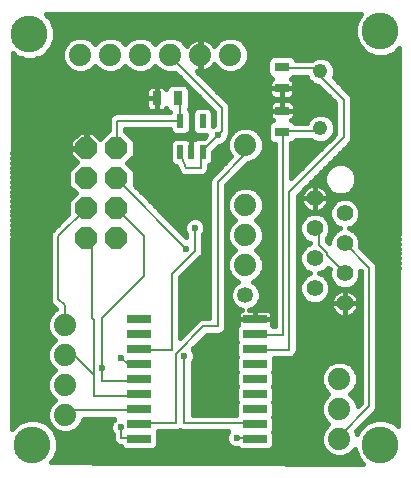
<source format=gtl>
G75*
%MOIN*%
%OFA0B0*%
%FSLAX24Y24*%
%IPPOS*%
%LPD*%
%AMOC8*
5,1,8,0,0,1.08239X$1,22.5*
%
%ADD10R,0.0472X0.0315*%
%ADD11C,0.0480*%
%ADD12R,0.0800X0.0260*%
%ADD13C,0.0740*%
%ADD14C,0.0531*%
%ADD15OC8,0.0740*%
%ADD16C,0.0560*%
%ADD17R,0.0217X0.0472*%
%ADD18R,0.0315X0.0472*%
%ADD19C,0.0079*%
%ADD20C,0.0236*%
%ADD21C,0.0160*%
%ADD22C,0.1227*%
D10*
X013410Y016261D03*
X013410Y016969D03*
X013400Y017711D03*
X013400Y018419D03*
D11*
X014690Y018275D03*
X014690Y016375D03*
D12*
X012510Y010015D03*
X012510Y009515D03*
X012510Y009015D03*
X012510Y008515D03*
X012510Y008015D03*
X012510Y007515D03*
X012510Y007015D03*
X012510Y006515D03*
X012510Y006015D03*
X008650Y006015D03*
X008650Y006515D03*
X008650Y007015D03*
X008650Y007515D03*
X008650Y008015D03*
X008650Y008515D03*
X008650Y009015D03*
X008650Y009515D03*
X008650Y010015D03*
D13*
X006190Y009825D03*
X006190Y008825D03*
X006190Y007825D03*
X006190Y006825D03*
X012190Y011825D03*
X012190Y012825D03*
X012190Y013825D03*
X012190Y015825D03*
X011690Y018825D03*
X010690Y018825D03*
X009690Y018825D03*
X008690Y018825D03*
X007690Y018825D03*
X006690Y018825D03*
X015320Y008025D03*
X015320Y007025D03*
X015320Y006025D03*
D14*
X012190Y010825D03*
D15*
X007890Y012715D03*
X007890Y013715D03*
X007890Y014715D03*
X007890Y015715D03*
X006890Y015715D03*
X006890Y014715D03*
X006890Y013715D03*
X006890Y012715D03*
D16*
X014500Y013045D03*
X014500Y014045D03*
X015500Y013545D03*
X015500Y012545D03*
X015500Y011545D03*
X015500Y010545D03*
X014500Y011045D03*
X014500Y012045D03*
D17*
X010764Y015593D03*
X010390Y015593D03*
X010015Y015593D03*
X010015Y016617D03*
X010764Y016617D03*
D18*
X009934Y017375D03*
X009225Y017375D03*
D19*
X009934Y017375D02*
X009940Y017335D01*
X010010Y017265D01*
X010010Y016635D01*
X010015Y016617D01*
X010010Y016635D02*
X007910Y016635D01*
X007910Y015725D01*
X007890Y015715D01*
X007890Y014715D02*
X007910Y014675D01*
X010220Y012365D01*
X010500Y012295D02*
X010500Y013065D01*
X010500Y012295D02*
X009730Y011525D01*
X009730Y009005D01*
X008680Y009005D01*
X008650Y009015D01*
X008650Y008515D02*
X008260Y008515D01*
X008050Y008725D01*
X008650Y008015D02*
X008610Y007955D01*
X007420Y007955D01*
X007420Y008375D01*
X007420Y010055D01*
X008820Y011455D01*
X008820Y012785D01*
X007890Y013715D01*
X006890Y013715D02*
X006860Y013695D01*
X005950Y012785D01*
X005950Y010685D01*
X006160Y010475D01*
X006160Y009845D01*
X006190Y009825D01*
X006190Y008825D02*
X006230Y008795D01*
X006510Y008795D01*
X007140Y008165D01*
X007140Y009985D01*
X007070Y010055D01*
X007070Y012575D01*
X006930Y012715D01*
X006890Y012715D01*
X010205Y015056D02*
X010080Y015375D01*
X010080Y015585D01*
X010015Y015593D01*
X010205Y015056D02*
X010695Y015056D01*
X010710Y015585D01*
X010764Y015593D01*
X010780Y015655D01*
X011270Y016145D01*
X011410Y016285D01*
X011410Y017055D01*
X009730Y018735D01*
X009730Y018805D01*
X009690Y018825D01*
X012190Y015825D02*
X012180Y015795D01*
X012180Y015515D01*
X011270Y014605D01*
X011270Y009775D01*
X010780Y009775D01*
X009870Y008865D01*
X009870Y006555D01*
X008680Y006555D01*
X008650Y006515D01*
X008610Y006975D02*
X008650Y007015D01*
X008610Y006975D02*
X006230Y006975D01*
X006230Y006835D01*
X006190Y006825D01*
X007140Y007465D02*
X007140Y008165D01*
X007140Y007465D02*
X008610Y007465D01*
X008650Y007515D01*
X008050Y006415D02*
X008050Y006065D01*
X008610Y006065D01*
X008650Y006015D01*
X010150Y006555D02*
X010150Y008795D01*
X010150Y006555D02*
X012460Y006555D01*
X012510Y006515D01*
X012460Y006065D02*
X012510Y006015D01*
X012460Y006065D02*
X011900Y006065D01*
X012530Y009005D02*
X012510Y009015D01*
X012530Y009005D02*
X013650Y009005D01*
X013650Y014255D01*
X015470Y016075D01*
X015470Y017335D01*
X014700Y018105D01*
X014700Y018245D01*
X014690Y018275D01*
X014630Y018315D01*
X014630Y018385D01*
X013440Y018385D01*
X013400Y018419D01*
X013440Y016285D02*
X013410Y016261D01*
X013440Y016215D01*
X013440Y009495D01*
X012530Y009495D01*
X012510Y009515D01*
X014910Y012155D02*
X014910Y012225D01*
X014630Y012505D01*
X014630Y012925D01*
X014560Y012995D01*
X014500Y013045D01*
X014910Y012155D02*
X015470Y011595D01*
X015500Y011545D01*
X016310Y011735D02*
X015500Y012545D01*
X016310Y011735D02*
X016310Y007115D01*
X015330Y006135D01*
X015330Y006065D01*
X015320Y006025D01*
X015320Y007025D02*
X015330Y007045D01*
X014630Y016285D02*
X013440Y016285D01*
X014630Y016285D02*
X014630Y016355D01*
X014690Y016375D01*
D20*
X011270Y016145D03*
X010500Y013065D03*
X010220Y012365D03*
X010150Y008795D03*
X008050Y008725D03*
X007420Y008375D03*
X008050Y006415D03*
X011900Y006065D03*
D21*
X011948Y005707D02*
X011974Y005682D01*
X012062Y005645D01*
X012957Y005645D01*
X013045Y005682D01*
X013113Y005749D01*
X013149Y005837D01*
X013149Y006193D01*
X013120Y006265D01*
X013149Y006337D01*
X013149Y006693D01*
X013120Y006765D01*
X013149Y006837D01*
X013149Y007193D01*
X013120Y007265D01*
X013149Y007337D01*
X013149Y007693D01*
X013120Y007765D01*
X013149Y007837D01*
X013149Y008193D01*
X013120Y008265D01*
X013149Y008337D01*
X013149Y008693D01*
X013136Y008726D01*
X013705Y008726D01*
X013808Y008768D01*
X013886Y008847D01*
X013929Y008949D01*
X013929Y014139D01*
X015628Y015838D01*
X015706Y015917D01*
X015749Y016019D01*
X015749Y017391D01*
X015706Y017493D01*
X015126Y018074D01*
X015169Y018180D01*
X015169Y018370D01*
X015096Y018547D01*
X014961Y018682D01*
X014785Y018755D01*
X014594Y018755D01*
X014418Y018682D01*
X014400Y018664D01*
X013859Y018664D01*
X013839Y018713D01*
X013772Y018780D01*
X013683Y018817D01*
X013116Y018817D01*
X013027Y018780D01*
X012960Y018713D01*
X012923Y018625D01*
X012923Y018214D01*
X012960Y018126D01*
X013027Y018058D01*
X013089Y018033D01*
X013053Y018012D01*
X013019Y017979D01*
X012996Y017938D01*
X012983Y017892D01*
X012983Y017711D01*
X013399Y017711D01*
X013399Y017711D01*
X012983Y017711D01*
X012983Y017529D01*
X012996Y017484D01*
X013019Y017443D01*
X011417Y017443D01*
X011575Y017285D02*
X013086Y017285D01*
X013104Y017295D02*
X013063Y017271D01*
X013029Y017237D01*
X013006Y017196D01*
X012993Y017151D01*
X012993Y016969D01*
X012993Y016788D01*
X013006Y016742D01*
X013029Y016701D01*
X013063Y016668D01*
X013099Y016647D01*
X013037Y016622D01*
X012970Y016554D01*
X012933Y016466D01*
X012933Y016055D01*
X012970Y015967D01*
X013037Y015900D01*
X013126Y015863D01*
X013160Y015863D01*
X013160Y009774D01*
X013116Y009774D01*
X013113Y009781D01*
X013077Y009816D01*
X013089Y009861D01*
X013089Y010015D01*
X013089Y010169D01*
X013077Y010214D01*
X013054Y010256D01*
X013020Y010289D01*
X012979Y010313D01*
X012933Y010325D01*
X012510Y010325D01*
X012510Y010015D01*
X013089Y010015D01*
X012510Y010015D01*
X012510Y010015D01*
X012509Y010015D01*
X011930Y010015D01*
X011930Y009861D01*
X011942Y009816D01*
X011906Y009781D01*
X011870Y009693D01*
X011870Y009337D01*
X011899Y009265D01*
X011870Y009193D01*
X011870Y008837D01*
X011899Y008765D01*
X011870Y008693D01*
X011870Y008337D01*
X011899Y008265D01*
X011870Y008193D01*
X011870Y007837D01*
X011899Y007765D01*
X011870Y007693D01*
X011870Y007337D01*
X011899Y007265D01*
X011870Y007193D01*
X011870Y006837D01*
X011871Y006834D01*
X010429Y006834D01*
X010429Y008568D01*
X010453Y008592D01*
X010508Y008724D01*
X010508Y008866D01*
X010453Y008998D01*
X010425Y009026D01*
X010895Y009496D01*
X011325Y009496D01*
X011428Y009538D01*
X011506Y009617D01*
X011549Y009719D01*
X011549Y014489D01*
X012275Y015215D01*
X012311Y015215D01*
X012535Y015308D01*
X012707Y015479D01*
X012799Y015704D01*
X012799Y015946D01*
X012707Y016171D01*
X012535Y016342D01*
X012311Y016435D01*
X012068Y016435D01*
X011844Y016342D01*
X011672Y016171D01*
X011580Y015946D01*
X011580Y015704D01*
X011672Y015479D01*
X011711Y015441D01*
X011033Y014763D01*
X010990Y014661D01*
X010990Y010054D01*
X010724Y010054D01*
X010621Y010012D01*
X010543Y009933D01*
X010009Y009399D01*
X010009Y011409D01*
X010658Y012058D01*
X010736Y012137D01*
X010779Y012239D01*
X010779Y012838D01*
X010803Y012862D01*
X010858Y012994D01*
X010858Y013136D01*
X010803Y013268D01*
X010702Y013369D01*
X010571Y013423D01*
X010428Y013423D01*
X010297Y013369D01*
X010196Y013268D01*
X010141Y013136D01*
X010141Y012994D01*
X010196Y012862D01*
X010220Y012838D01*
X010220Y012759D01*
X008499Y014480D01*
X008499Y014968D01*
X008252Y015215D01*
X008499Y015462D01*
X008499Y015968D01*
X008189Y016278D01*
X008189Y016356D01*
X009667Y016356D01*
X009667Y016333D01*
X009704Y016245D01*
X009771Y016177D01*
X009859Y016141D01*
X010171Y016141D01*
X010260Y016177D01*
X010327Y016245D01*
X010364Y016333D01*
X010364Y016901D01*
X010327Y016989D01*
X010300Y017016D01*
X010331Y017091D01*
X010331Y017659D01*
X010295Y017747D01*
X010227Y017815D01*
X010139Y017851D01*
X009729Y017851D01*
X009640Y017815D01*
X009573Y017747D01*
X009547Y017686D01*
X009527Y017722D01*
X009493Y017755D01*
X009452Y017779D01*
X009406Y017791D01*
X009225Y017791D01*
X009044Y017791D01*
X008998Y017779D01*
X008957Y017755D01*
X008924Y017722D01*
X008900Y017681D01*
X008888Y017635D01*
X008888Y017375D01*
X008888Y017115D01*
X008900Y017069D01*
X008924Y017028D01*
X008957Y016995D01*
X008998Y016971D01*
X009044Y016959D01*
X009225Y016959D01*
X009225Y017375D01*
X008888Y017375D01*
X009225Y017375D01*
X009225Y017375D01*
X009225Y017791D01*
X009225Y017375D01*
X009225Y017375D01*
X009225Y017375D01*
X009225Y016959D01*
X009406Y016959D01*
X009452Y016971D01*
X009493Y016995D01*
X009527Y017028D01*
X009547Y017064D01*
X009573Y017003D01*
X009640Y016935D01*
X009675Y016921D01*
X009673Y016914D01*
X007854Y016914D01*
X007751Y016872D01*
X007673Y016793D01*
X007630Y016691D01*
X007630Y016318D01*
X007347Y016035D01*
X007117Y016265D01*
X006910Y016265D01*
X006910Y015735D01*
X006869Y015735D01*
X006869Y015695D01*
X006340Y015695D01*
X006340Y015487D01*
X006569Y015257D01*
X006280Y014968D01*
X006280Y014462D01*
X006527Y014215D01*
X006280Y013968D01*
X006280Y013510D01*
X005791Y013022D01*
X005713Y012943D01*
X005670Y012841D01*
X005670Y010629D01*
X005713Y010527D01*
X005880Y010359D01*
X005880Y010357D01*
X005844Y010342D01*
X005672Y010171D01*
X005580Y009946D01*
X005580Y009704D01*
X005672Y009479D01*
X005827Y009325D01*
X005672Y009171D01*
X005580Y008946D01*
X005580Y008704D01*
X005672Y008479D01*
X005827Y008325D01*
X005672Y008171D01*
X005580Y007946D01*
X005580Y007704D01*
X005672Y007479D01*
X005827Y007325D01*
X005672Y007171D01*
X005580Y006946D01*
X005580Y006704D01*
X005672Y006479D01*
X005844Y006308D01*
X006068Y006215D01*
X006311Y006215D01*
X006535Y006308D01*
X006707Y006479D01*
X006796Y006696D01*
X007824Y006696D01*
X007746Y006618D01*
X007691Y006486D01*
X007691Y006344D01*
X007746Y006212D01*
X007770Y006188D01*
X007770Y006009D01*
X007813Y005907D01*
X007891Y005828D01*
X007994Y005786D01*
X008031Y005786D01*
X008046Y005749D01*
X008114Y005682D01*
X008202Y005645D01*
X009097Y005645D01*
X009185Y005682D01*
X009253Y005749D01*
X009289Y005837D01*
X009289Y006193D01*
X009260Y006265D01*
X009264Y006276D01*
X009925Y006276D01*
X010010Y006311D01*
X010094Y006276D01*
X011604Y006276D01*
X011596Y006268D01*
X011541Y006136D01*
X011541Y005994D01*
X011596Y005862D01*
X011697Y005761D01*
X011828Y005707D01*
X011948Y005707D01*
X011811Y005714D02*
X009218Y005714D01*
X009289Y005873D02*
X011592Y005873D01*
X011541Y006031D02*
X009289Y006031D01*
X009289Y006190D02*
X011563Y006190D01*
X011870Y006982D02*
X010429Y006982D01*
X010429Y007141D02*
X011870Y007141D01*
X011885Y007299D02*
X010429Y007299D01*
X010429Y007458D02*
X011870Y007458D01*
X011870Y007616D02*
X010429Y007616D01*
X010429Y007775D02*
X011895Y007775D01*
X011870Y007933D02*
X010429Y007933D01*
X010429Y008092D02*
X011870Y008092D01*
X011893Y008250D02*
X010429Y008250D01*
X010429Y008409D02*
X011870Y008409D01*
X011870Y008567D02*
X010429Y008567D01*
X010508Y008726D02*
X011883Y008726D01*
X011870Y008884D02*
X010500Y008884D01*
X010442Y009043D02*
X011870Y009043D01*
X011873Y009201D02*
X010601Y009201D01*
X010759Y009360D02*
X011870Y009360D01*
X011870Y009518D02*
X011379Y009518D01*
X011531Y009677D02*
X011870Y009677D01*
X011937Y009835D02*
X011549Y009835D01*
X011549Y009994D02*
X011930Y009994D01*
X011930Y010015D02*
X012509Y010015D01*
X012509Y010015D01*
X012509Y010325D01*
X012304Y010325D01*
X012476Y010396D01*
X012618Y010539D01*
X012695Y010724D01*
X012695Y010926D01*
X012618Y011111D01*
X012476Y011254D01*
X012440Y011269D01*
X012535Y011308D01*
X012707Y011479D01*
X012799Y011704D01*
X012799Y011946D01*
X012707Y012171D01*
X012552Y012325D01*
X012707Y012479D01*
X012799Y012704D01*
X012799Y012946D01*
X012707Y013171D01*
X012552Y013325D01*
X012707Y013479D01*
X012799Y013704D01*
X012799Y013946D01*
X012707Y014171D01*
X012535Y014342D01*
X012311Y014435D01*
X012068Y014435D01*
X011844Y014342D01*
X011672Y014171D01*
X011580Y013946D01*
X011580Y013704D01*
X011672Y013479D01*
X011827Y013325D01*
X011672Y013171D01*
X011580Y012946D01*
X011580Y012704D01*
X011672Y012479D01*
X011827Y012325D01*
X011672Y012171D01*
X011580Y011946D01*
X011580Y011704D01*
X011672Y011479D01*
X011844Y011308D01*
X011939Y011269D01*
X011903Y011254D01*
X011761Y011111D01*
X011684Y010926D01*
X011684Y010724D01*
X011761Y010539D01*
X011903Y010396D01*
X012079Y010323D01*
X012040Y010313D01*
X011999Y010289D01*
X011965Y010256D01*
X011942Y010214D01*
X011930Y010169D01*
X011930Y010015D01*
X011930Y010152D02*
X011549Y010152D01*
X011549Y010311D02*
X012036Y010311D01*
X011830Y010469D02*
X011549Y010469D01*
X011549Y010628D02*
X011724Y010628D01*
X011684Y010786D02*
X011549Y010786D01*
X011549Y010945D02*
X011692Y010945D01*
X011757Y011103D02*
X011549Y011103D01*
X011549Y011262D02*
X011922Y011262D01*
X011732Y011420D02*
X011549Y011420D01*
X011549Y011579D02*
X011631Y011579D01*
X011580Y011737D02*
X011549Y011737D01*
X011549Y011896D02*
X011580Y011896D01*
X011549Y012054D02*
X011624Y012054D01*
X011549Y012213D02*
X011714Y012213D01*
X011781Y012371D02*
X011549Y012371D01*
X011549Y012530D02*
X011652Y012530D01*
X011586Y012688D02*
X011549Y012688D01*
X011549Y012847D02*
X011580Y012847D01*
X011604Y013005D02*
X011549Y013005D01*
X011549Y013164D02*
X011669Y013164D01*
X011549Y013322D02*
X011824Y013322D01*
X011672Y013481D02*
X011549Y013481D01*
X011549Y013639D02*
X011606Y013639D01*
X011580Y013798D02*
X011549Y013798D01*
X011549Y013956D02*
X011584Y013956D01*
X011549Y014115D02*
X011649Y014115D01*
X011549Y014273D02*
X011775Y014273D01*
X011549Y014432D02*
X012060Y014432D01*
X012319Y014432D02*
X013160Y014432D01*
X013160Y014590D02*
X011650Y014590D01*
X011808Y014749D02*
X013160Y014749D01*
X013160Y014907D02*
X011967Y014907D01*
X012125Y015066D02*
X013160Y015066D01*
X013160Y015224D02*
X012333Y015224D01*
X012610Y015383D02*
X013160Y015383D01*
X013160Y015541D02*
X012732Y015541D01*
X012798Y015700D02*
X013160Y015700D01*
X013160Y015858D02*
X012799Y015858D01*
X012770Y016017D02*
X012949Y016017D01*
X012933Y016175D02*
X012702Y016175D01*
X012544Y016334D02*
X012933Y016334D01*
X012944Y016492D02*
X011689Y016492D01*
X011689Y016334D02*
X011835Y016334D01*
X011689Y016229D02*
X011646Y016127D01*
X011628Y016108D01*
X011628Y016074D01*
X011573Y015942D01*
X011472Y015841D01*
X011341Y015787D01*
X011306Y015787D01*
X011112Y015592D01*
X011112Y015309D01*
X011075Y015221D01*
X011008Y015153D01*
X010976Y015141D01*
X010974Y015052D01*
X010974Y015001D01*
X010972Y014997D01*
X010972Y014993D01*
X010951Y014946D01*
X010931Y014898D01*
X010929Y014895D01*
X010927Y014891D01*
X010889Y014856D01*
X010853Y014819D01*
X010849Y014818D01*
X010846Y014815D01*
X010798Y014797D01*
X010750Y014777D01*
X010746Y014777D01*
X010742Y014775D01*
X010691Y014777D01*
X010257Y014777D01*
X010255Y014776D01*
X010202Y014777D01*
X010149Y014777D01*
X010147Y014778D01*
X010144Y014778D01*
X010095Y014799D01*
X010046Y014819D01*
X010044Y014821D01*
X010042Y014822D01*
X010005Y014861D01*
X009968Y014898D01*
X009967Y014900D01*
X009965Y014902D01*
X009945Y014952D01*
X009925Y015001D01*
X009925Y015003D01*
X009881Y015117D01*
X009859Y015117D01*
X009771Y015153D01*
X009704Y015221D01*
X009667Y015309D01*
X009667Y015877D01*
X009704Y015965D01*
X009771Y016033D01*
X009859Y016069D01*
X010171Y016069D01*
X010260Y016033D01*
X010283Y016009D01*
X010389Y016009D01*
X010389Y015593D01*
X010390Y015593D01*
X010390Y016009D01*
X010496Y016009D01*
X010519Y016033D01*
X010608Y016069D01*
X010799Y016069D01*
X010870Y016141D01*
X010608Y016141D01*
X010519Y016177D01*
X010452Y016245D01*
X010415Y016333D01*
X010415Y016901D01*
X010452Y016989D01*
X010519Y017057D01*
X010608Y017093D01*
X010920Y017093D01*
X011008Y017057D01*
X011075Y016989D01*
X011112Y016901D01*
X011112Y016467D01*
X011130Y016475D01*
X011130Y016939D01*
X009842Y018228D01*
X009811Y018215D01*
X009568Y018215D01*
X009344Y018308D01*
X009190Y018462D01*
X009035Y018308D01*
X008811Y018215D01*
X008568Y018215D01*
X008344Y018308D01*
X008190Y018462D01*
X008035Y018308D01*
X007811Y018215D01*
X007568Y018215D01*
X007344Y018308D01*
X007190Y018462D01*
X007035Y018308D01*
X006811Y018215D01*
X006568Y018215D01*
X006344Y018308D01*
X006172Y018479D01*
X006080Y018704D01*
X006080Y018946D01*
X006172Y019171D01*
X006344Y019342D01*
X006568Y019435D01*
X006811Y019435D01*
X007035Y019342D01*
X007190Y019188D01*
X007344Y019342D01*
X007568Y019435D01*
X007811Y019435D01*
X008035Y019342D01*
X008190Y019188D01*
X008344Y019342D01*
X008568Y019435D01*
X008811Y019435D01*
X009035Y019342D01*
X009190Y019188D01*
X009344Y019342D01*
X009568Y019435D01*
X009811Y019435D01*
X010035Y019342D01*
X010207Y019171D01*
X010226Y019123D01*
X010270Y019183D01*
X010331Y019245D01*
X010401Y019295D01*
X010478Y019335D01*
X010561Y019361D01*
X010646Y019375D01*
X010669Y019375D01*
X010669Y018845D01*
X010710Y018845D01*
X010710Y019375D01*
X010733Y019375D01*
X010818Y019361D01*
X010901Y019335D01*
X010978Y019295D01*
X011048Y019245D01*
X011109Y019183D01*
X011153Y019123D01*
X011172Y019171D01*
X011344Y019342D01*
X011568Y019435D01*
X011811Y019435D01*
X012035Y019342D01*
X012207Y019171D01*
X012299Y018946D01*
X012299Y018704D01*
X012207Y018479D01*
X012035Y018308D01*
X011811Y018215D01*
X011568Y018215D01*
X011344Y018308D01*
X011172Y018479D01*
X011153Y018527D01*
X011109Y018467D01*
X011048Y018405D01*
X010978Y018355D01*
X010901Y018315D01*
X010818Y018289D01*
X010733Y018275D01*
X010710Y018275D01*
X010710Y018805D01*
X010669Y018805D01*
X010669Y018275D01*
X010646Y018275D01*
X010573Y018287D01*
X011646Y017213D01*
X011689Y017111D01*
X011689Y016229D01*
X011677Y016175D02*
X011666Y016175D01*
X011609Y016017D02*
X011604Y016017D01*
X011580Y015858D02*
X011489Y015858D01*
X011581Y015700D02*
X011219Y015700D01*
X011112Y015541D02*
X011647Y015541D01*
X011652Y015383D02*
X011112Y015383D01*
X011077Y015224D02*
X011493Y015224D01*
X011335Y015066D02*
X010974Y015066D01*
X010935Y014907D02*
X011176Y014907D01*
X011027Y014749D02*
X008499Y014749D01*
X008499Y014907D02*
X009963Y014907D01*
X009901Y015066D02*
X008402Y015066D01*
X008261Y015224D02*
X009702Y015224D01*
X009667Y015383D02*
X008420Y015383D01*
X008499Y015541D02*
X009667Y015541D01*
X009667Y015700D02*
X008499Y015700D01*
X008499Y015858D02*
X009667Y015858D01*
X009755Y016017D02*
X008451Y016017D01*
X008292Y016175D02*
X009776Y016175D01*
X009667Y016334D02*
X008189Y016334D01*
X007630Y016334D02*
X004425Y016334D01*
X004425Y016492D02*
X007630Y016492D01*
X007630Y016651D02*
X004426Y016651D01*
X004426Y016809D02*
X007688Y016809D01*
X007487Y016175D02*
X007207Y016175D01*
X006910Y016175D02*
X006869Y016175D01*
X006869Y016265D02*
X006662Y016265D01*
X006340Y015943D01*
X006339Y015735D01*
X006869Y015735D01*
X006869Y016265D01*
X006869Y016017D02*
X006910Y016017D01*
X006910Y015858D02*
X006869Y015858D01*
X006869Y015700D02*
X004425Y015700D01*
X004425Y015858D02*
X006340Y015858D01*
X006413Y016017D02*
X004425Y016017D01*
X004425Y016175D02*
X006572Y016175D01*
X006340Y015541D02*
X004424Y015541D01*
X004424Y015383D02*
X006444Y015383D01*
X006536Y015224D02*
X004424Y015224D01*
X004424Y015066D02*
X006377Y015066D01*
X006280Y014907D02*
X004424Y014907D01*
X004424Y014749D02*
X006280Y014749D01*
X006280Y014590D02*
X004424Y014590D01*
X004423Y014432D02*
X006310Y014432D01*
X006469Y014273D02*
X004423Y014273D01*
X004423Y014115D02*
X006426Y014115D01*
X006280Y013956D02*
X004423Y013956D01*
X004423Y013798D02*
X006280Y013798D01*
X006280Y013639D02*
X004423Y013639D01*
X004422Y013481D02*
X006250Y013481D01*
X006091Y013322D02*
X004422Y013322D01*
X004422Y013164D02*
X005933Y013164D01*
X005774Y013005D02*
X004422Y013005D01*
X004422Y012847D02*
X005673Y012847D01*
X005670Y012688D02*
X004422Y012688D01*
X004421Y012530D02*
X005670Y012530D01*
X005670Y012371D02*
X004421Y012371D01*
X004421Y012213D02*
X005670Y012213D01*
X005670Y012054D02*
X004421Y012054D01*
X004421Y011896D02*
X005670Y011896D01*
X005670Y011737D02*
X004421Y011737D01*
X004420Y011579D02*
X005670Y011579D01*
X005670Y011420D02*
X004420Y011420D01*
X004420Y011262D02*
X005670Y011262D01*
X005670Y011103D02*
X004420Y011103D01*
X004420Y010945D02*
X005670Y010945D01*
X005670Y010786D02*
X004420Y010786D01*
X004419Y010628D02*
X005671Y010628D01*
X005770Y010469D02*
X004419Y010469D01*
X004419Y010311D02*
X005812Y010311D01*
X005665Y010152D02*
X004419Y010152D01*
X004419Y009994D02*
X005599Y009994D01*
X005580Y009835D02*
X004419Y009835D01*
X004418Y009677D02*
X005591Y009677D01*
X005656Y009518D02*
X004418Y009518D01*
X004418Y009360D02*
X005792Y009360D01*
X005703Y009201D02*
X004418Y009201D01*
X004418Y009043D02*
X005619Y009043D01*
X005580Y008884D02*
X004418Y008884D01*
X004418Y008726D02*
X005580Y008726D01*
X005636Y008567D02*
X004417Y008567D01*
X004417Y008409D02*
X005743Y008409D01*
X005752Y008250D02*
X004417Y008250D01*
X004417Y008092D02*
X005640Y008092D01*
X005580Y007933D02*
X004417Y007933D01*
X004417Y007775D02*
X005580Y007775D01*
X005616Y007616D02*
X004416Y007616D01*
X004416Y007458D02*
X005694Y007458D01*
X005801Y007299D02*
X004416Y007299D01*
X004416Y007141D02*
X005660Y007141D01*
X005594Y006982D02*
X004416Y006982D01*
X004416Y006824D02*
X005580Y006824D01*
X005596Y006665D02*
X005292Y006665D01*
X005259Y006678D02*
X004920Y006678D01*
X004606Y006548D01*
X004415Y006357D01*
X004428Y018880D01*
X004506Y018802D01*
X004820Y018672D01*
X005159Y018672D01*
X005473Y018802D01*
X005713Y019042D01*
X005843Y019355D01*
X005843Y019695D01*
X005713Y020008D01*
X005533Y020189D01*
X016040Y020182D01*
X015966Y020108D01*
X015836Y019795D01*
X015836Y019455D01*
X015966Y019142D01*
X016206Y018902D01*
X016520Y018772D01*
X016859Y018772D01*
X017173Y018902D01*
X017315Y019044D01*
X017274Y006447D01*
X017173Y006548D01*
X016859Y006678D01*
X016520Y006678D01*
X016206Y006548D01*
X015966Y006308D01*
X015914Y006183D01*
X015873Y006283D01*
X016546Y006957D01*
X016589Y007059D01*
X016589Y011791D01*
X016546Y011893D01*
X016468Y011972D01*
X016013Y012426D01*
X016019Y012442D01*
X016019Y012648D01*
X015940Y012840D01*
X015794Y012986D01*
X015651Y013045D01*
X015794Y013104D01*
X015940Y013250D01*
X016019Y013442D01*
X016019Y013648D01*
X015940Y013840D01*
X015794Y013986D01*
X015603Y014065D01*
X015396Y014065D01*
X015205Y013986D01*
X015059Y013840D01*
X014980Y013648D01*
X014980Y013442D01*
X015059Y013250D01*
X015205Y013104D01*
X015348Y013045D01*
X015205Y012986D01*
X015059Y012840D01*
X014980Y012648D01*
X014980Y012550D01*
X014909Y012621D01*
X014909Y012719D01*
X014940Y012750D01*
X015019Y012942D01*
X015019Y013148D01*
X014940Y013340D01*
X014794Y013486D01*
X014603Y013565D01*
X014396Y013565D01*
X014205Y013486D01*
X014059Y013340D01*
X013980Y013148D01*
X013980Y012942D01*
X014059Y012750D01*
X014205Y012604D01*
X014348Y012545D01*
X014205Y012486D01*
X014059Y012340D01*
X013980Y012148D01*
X013980Y011942D01*
X014059Y011750D01*
X014205Y011604D01*
X014348Y011545D01*
X014205Y011486D01*
X014059Y011340D01*
X013980Y011148D01*
X013980Y010942D01*
X014059Y010750D01*
X014205Y010604D01*
X014396Y010525D01*
X014603Y010525D01*
X014794Y010604D01*
X014940Y010750D01*
X015019Y010942D01*
X015019Y011148D01*
X014940Y011340D01*
X014794Y011486D01*
X014651Y011545D01*
X014794Y011604D01*
X014930Y011740D01*
X014992Y011678D01*
X014980Y011648D01*
X014980Y011442D01*
X015059Y011250D01*
X015205Y011104D01*
X015396Y011025D01*
X015603Y011025D01*
X015794Y011104D01*
X015940Y011250D01*
X016019Y011442D01*
X016019Y011630D01*
X016030Y011619D01*
X016030Y007231D01*
X015929Y007130D01*
X015929Y007146D01*
X015837Y007371D01*
X015682Y007525D01*
X015837Y007679D01*
X015929Y007904D01*
X015929Y008146D01*
X015837Y008371D01*
X015665Y008542D01*
X015441Y008635D01*
X015198Y008635D01*
X014974Y008542D01*
X014802Y008371D01*
X014710Y008146D01*
X014710Y007904D01*
X014802Y007679D01*
X014957Y007525D01*
X014802Y007371D01*
X014710Y007146D01*
X014710Y006904D01*
X014802Y006679D01*
X014957Y006525D01*
X014802Y006371D01*
X014710Y006146D01*
X014710Y005904D01*
X014802Y005679D01*
X014974Y005508D01*
X015198Y005415D01*
X015441Y005415D01*
X015665Y005508D01*
X015836Y005679D01*
X015836Y005655D01*
X015966Y005342D01*
X016124Y005183D01*
X005718Y005247D01*
X005813Y005342D01*
X005943Y005655D01*
X005943Y005995D01*
X005813Y006308D01*
X005573Y006548D01*
X005259Y006678D01*
X004887Y006665D02*
X004415Y006665D01*
X004415Y006507D02*
X004564Y006507D01*
X005615Y006507D02*
X005661Y006507D01*
X005773Y006348D02*
X005804Y006348D01*
X005862Y006190D02*
X007769Y006190D01*
X007770Y006031D02*
X005928Y006031D01*
X005943Y005873D02*
X007847Y005873D01*
X008081Y005714D02*
X005943Y005714D01*
X005902Y005556D02*
X014926Y005556D01*
X014788Y005714D02*
X013078Y005714D01*
X013149Y005873D02*
X014722Y005873D01*
X014710Y006031D02*
X013149Y006031D01*
X013149Y006190D02*
X014727Y006190D01*
X014793Y006348D02*
X013149Y006348D01*
X013149Y006507D02*
X014938Y006507D01*
X014817Y006665D02*
X013149Y006665D01*
X013144Y006824D02*
X014743Y006824D01*
X014710Y006982D02*
X013149Y006982D01*
X013149Y007141D02*
X014710Y007141D01*
X014773Y007299D02*
X013134Y007299D01*
X013149Y007458D02*
X014889Y007458D01*
X014866Y007616D02*
X013149Y007616D01*
X013124Y007775D02*
X014763Y007775D01*
X014710Y007933D02*
X013149Y007933D01*
X013149Y008092D02*
X014710Y008092D01*
X014752Y008250D02*
X013126Y008250D01*
X013149Y008409D02*
X014840Y008409D01*
X015034Y008567D02*
X013149Y008567D01*
X013136Y008726D02*
X016030Y008726D01*
X016030Y008884D02*
X013902Y008884D01*
X013929Y009043D02*
X016030Y009043D01*
X016030Y009201D02*
X013929Y009201D01*
X013929Y009360D02*
X016030Y009360D01*
X016030Y009518D02*
X013929Y009518D01*
X013929Y009677D02*
X016030Y009677D01*
X016030Y009835D02*
X013929Y009835D01*
X013929Y009994D02*
X016030Y009994D01*
X016030Y010152D02*
X015741Y010152D01*
X015799Y010194D01*
X015850Y010245D01*
X015893Y010304D01*
X015926Y010368D01*
X015948Y010437D01*
X015959Y010509D01*
X015959Y010545D01*
X015959Y010581D01*
X015948Y010653D01*
X015926Y010722D01*
X015893Y010786D01*
X016030Y010786D01*
X015893Y010786D02*
X015850Y010845D01*
X015799Y010896D01*
X015741Y010938D01*
X015676Y010971D01*
X015607Y010994D01*
X015536Y011005D01*
X015500Y011005D01*
X015500Y010545D01*
X015959Y010545D01*
X015500Y010545D01*
X015500Y010545D01*
X015499Y010545D01*
X015040Y010545D01*
X015040Y010509D01*
X015051Y010437D01*
X015073Y010368D01*
X015106Y010304D01*
X015149Y010245D01*
X015200Y010194D01*
X015258Y010152D01*
X013929Y010152D01*
X013929Y010311D02*
X015103Y010311D01*
X015046Y010469D02*
X013929Y010469D01*
X013929Y010628D02*
X014182Y010628D01*
X014044Y010786D02*
X013929Y010786D01*
X013929Y010945D02*
X013980Y010945D01*
X013980Y011103D02*
X013929Y011103D01*
X013929Y011262D02*
X014026Y011262D01*
X013929Y011420D02*
X014139Y011420D01*
X014267Y011579D02*
X013929Y011579D01*
X013929Y011737D02*
X014072Y011737D01*
X013999Y011896D02*
X013929Y011896D01*
X013929Y012054D02*
X013980Y012054D01*
X014006Y012213D02*
X013929Y012213D01*
X013929Y012371D02*
X014090Y012371D01*
X013929Y012530D02*
X014310Y012530D01*
X014121Y012688D02*
X013929Y012688D01*
X013929Y012847D02*
X014019Y012847D01*
X013980Y013005D02*
X013929Y013005D01*
X013929Y013164D02*
X013986Y013164D01*
X013929Y013322D02*
X014051Y013322D01*
X013929Y013481D02*
X014200Y013481D01*
X014283Y013639D02*
X013929Y013639D01*
X013929Y013798D02*
X014111Y013798D01*
X014106Y013804D02*
X014149Y013745D01*
X014200Y013694D01*
X014258Y013652D01*
X014323Y013619D01*
X014392Y013596D01*
X014463Y013585D01*
X014499Y013585D01*
X014499Y014045D01*
X014040Y014045D01*
X014040Y014009D01*
X014051Y013937D01*
X014073Y013868D01*
X014106Y013804D01*
X014048Y013956D02*
X013929Y013956D01*
X014040Y014045D02*
X014040Y014081D01*
X014051Y014153D01*
X014073Y014222D01*
X014106Y014286D01*
X014149Y014345D01*
X014200Y014396D01*
X014258Y014438D01*
X014323Y014471D01*
X014392Y014494D01*
X014463Y014505D01*
X014499Y014505D01*
X014499Y014045D01*
X014499Y014045D01*
X014040Y014045D01*
X014045Y014115D02*
X013929Y014115D01*
X014063Y014273D02*
X014099Y014273D01*
X014221Y014432D02*
X014249Y014432D01*
X014380Y014590D02*
X014821Y014590D01*
X014821Y014576D02*
X014902Y014380D01*
X015053Y014229D01*
X015249Y014148D01*
X015462Y014148D01*
X015659Y014229D01*
X015810Y014380D01*
X015891Y014576D01*
X015891Y014789D01*
X015810Y014986D01*
X015659Y015137D01*
X015462Y015218D01*
X015249Y015218D01*
X015053Y015137D01*
X014902Y014986D01*
X014821Y014789D01*
X014821Y014576D01*
X014881Y014432D02*
X014750Y014432D01*
X014741Y014438D02*
X014676Y014471D01*
X014607Y014494D01*
X014536Y014505D01*
X014500Y014505D01*
X014500Y014045D01*
X014959Y014045D01*
X014959Y014081D01*
X014948Y014153D01*
X014926Y014222D01*
X014893Y014286D01*
X014850Y014345D01*
X014799Y014396D01*
X014741Y014438D01*
X014900Y014273D02*
X015009Y014273D01*
X014954Y014115D02*
X017299Y014115D01*
X017300Y014273D02*
X015703Y014273D01*
X015831Y014432D02*
X017300Y014432D01*
X017301Y014590D02*
X015891Y014590D01*
X015891Y014749D02*
X017301Y014749D01*
X017302Y014907D02*
X015842Y014907D01*
X015730Y015066D02*
X017302Y015066D01*
X017303Y015224D02*
X015014Y015224D01*
X014982Y015066D02*
X014855Y015066D01*
X014869Y014907D02*
X014697Y014907D01*
X014821Y014749D02*
X014538Y014749D01*
X014499Y014432D02*
X014500Y014432D01*
X014499Y014273D02*
X014500Y014273D01*
X014499Y014115D02*
X014500Y014115D01*
X014500Y014045D02*
X014499Y014045D01*
X014500Y014045D01*
X014500Y014045D01*
X014959Y014045D01*
X014959Y014009D01*
X014948Y013937D01*
X014926Y013868D01*
X014893Y013804D01*
X014850Y013745D01*
X014799Y013694D01*
X014741Y013652D01*
X014676Y013619D01*
X014607Y013596D01*
X014536Y013585D01*
X014500Y013585D01*
X014500Y014045D01*
X014499Y013956D02*
X014500Y013956D01*
X014499Y013798D02*
X014500Y013798D01*
X014499Y013639D02*
X014500Y013639D01*
X014716Y013639D02*
X014980Y013639D01*
X014980Y013481D02*
X014799Y013481D01*
X014948Y013322D02*
X015029Y013322D01*
X015013Y013164D02*
X015146Y013164D01*
X015251Y013005D02*
X015019Y013005D01*
X014980Y012847D02*
X015066Y012847D01*
X014996Y012688D02*
X014909Y012688D01*
X015748Y013005D02*
X017296Y013005D01*
X017295Y012847D02*
X015933Y012847D01*
X016003Y012688D02*
X017295Y012688D01*
X017294Y012530D02*
X016019Y012530D01*
X016069Y012371D02*
X017294Y012371D01*
X017293Y012213D02*
X016227Y012213D01*
X016386Y012054D02*
X017293Y012054D01*
X017292Y011896D02*
X016544Y011896D01*
X016589Y011737D02*
X017292Y011737D01*
X017291Y011579D02*
X016589Y011579D01*
X016589Y011420D02*
X017291Y011420D01*
X017290Y011262D02*
X016589Y011262D01*
X016589Y011103D02*
X017289Y011103D01*
X017289Y010945D02*
X016589Y010945D01*
X016589Y010786D02*
X017288Y010786D01*
X017288Y010628D02*
X016589Y010628D01*
X016589Y010469D02*
X017287Y010469D01*
X017287Y010311D02*
X016589Y010311D01*
X016589Y010152D02*
X017286Y010152D01*
X017286Y009994D02*
X016589Y009994D01*
X016589Y009835D02*
X017285Y009835D01*
X017285Y009677D02*
X016589Y009677D01*
X016589Y009518D02*
X017284Y009518D01*
X017284Y009360D02*
X016589Y009360D01*
X016589Y009201D02*
X017283Y009201D01*
X017283Y009043D02*
X016589Y009043D01*
X016589Y008884D02*
X017282Y008884D01*
X017282Y008726D02*
X016589Y008726D01*
X016589Y008567D02*
X017281Y008567D01*
X017281Y008409D02*
X016589Y008409D01*
X016589Y008250D02*
X017280Y008250D01*
X017280Y008092D02*
X016589Y008092D01*
X016589Y007933D02*
X017279Y007933D01*
X017279Y007775D02*
X016589Y007775D01*
X016589Y007616D02*
X017278Y007616D01*
X017278Y007458D02*
X016589Y007458D01*
X016589Y007299D02*
X017277Y007299D01*
X017277Y007141D02*
X016589Y007141D01*
X016557Y006982D02*
X017276Y006982D01*
X017276Y006824D02*
X016413Y006824D01*
X016487Y006665D02*
X016255Y006665D01*
X016164Y006507D02*
X016096Y006507D01*
X016006Y006348D02*
X015938Y006348D01*
X015917Y006190D02*
X015912Y006190D01*
X015877Y005556D02*
X015713Y005556D01*
X015943Y005397D02*
X005836Y005397D01*
X006575Y006348D02*
X007691Y006348D01*
X007700Y006507D02*
X006718Y006507D01*
X006783Y006665D02*
X007793Y006665D01*
X007106Y005239D02*
X016069Y005239D01*
X016892Y006665D02*
X017275Y006665D01*
X017275Y006507D02*
X017215Y006507D01*
X015940Y007141D02*
X015929Y007141D01*
X015866Y007299D02*
X016030Y007299D01*
X016030Y007458D02*
X015750Y007458D01*
X015773Y007616D02*
X016030Y007616D01*
X016030Y007775D02*
X015876Y007775D01*
X015929Y007933D02*
X016030Y007933D01*
X016030Y008092D02*
X015929Y008092D01*
X015887Y008250D02*
X016030Y008250D01*
X016030Y008409D02*
X015799Y008409D01*
X015605Y008567D02*
X016030Y008567D01*
X015607Y010096D02*
X015536Y010085D01*
X015500Y010085D01*
X015500Y010545D01*
X015499Y010545D01*
X015499Y010545D01*
X015040Y010545D01*
X015040Y010581D01*
X015051Y010653D01*
X015073Y010722D01*
X015106Y010786D01*
X014955Y010786D01*
X015106Y010786D02*
X015149Y010845D01*
X015200Y010896D01*
X015258Y010938D01*
X015323Y010971D01*
X015392Y010994D01*
X015463Y011005D01*
X015499Y011005D01*
X015499Y010545D01*
X015499Y010085D01*
X015463Y010085D01*
X015392Y010096D01*
X015323Y010119D01*
X015258Y010152D01*
X015499Y010152D02*
X015500Y010152D01*
X015607Y010096D02*
X015676Y010119D01*
X015741Y010152D01*
X015896Y010311D02*
X016030Y010311D01*
X016030Y010469D02*
X015953Y010469D01*
X015952Y010628D02*
X016030Y010628D01*
X016030Y010945D02*
X015729Y010945D01*
X015791Y011103D02*
X016030Y011103D01*
X016030Y011262D02*
X015945Y011262D01*
X016011Y011420D02*
X016030Y011420D01*
X016019Y011579D02*
X016030Y011579D01*
X015499Y010945D02*
X015500Y010945D01*
X015499Y010786D02*
X015500Y010786D01*
X015499Y010628D02*
X015500Y010628D01*
X015499Y010469D02*
X015500Y010469D01*
X015499Y010311D02*
X015500Y010311D01*
X015047Y010628D02*
X014817Y010628D01*
X015019Y010945D02*
X015270Y010945D01*
X015208Y011103D02*
X015019Y011103D01*
X015054Y011262D02*
X014973Y011262D01*
X014988Y011420D02*
X014860Y011420D01*
X014980Y011579D02*
X014732Y011579D01*
X014927Y011737D02*
X014932Y011737D01*
X015853Y013164D02*
X017296Y013164D01*
X017297Y013322D02*
X015970Y013322D01*
X016019Y013481D02*
X017297Y013481D01*
X017298Y013639D02*
X016019Y013639D01*
X015958Y013798D02*
X017298Y013798D01*
X017299Y013956D02*
X015824Y013956D01*
X015175Y013956D02*
X014951Y013956D01*
X014888Y013798D02*
X015041Y013798D01*
X014065Y015066D02*
X013719Y015066D01*
X013719Y015224D02*
X014223Y015224D01*
X014382Y015383D02*
X013719Y015383D01*
X013719Y015541D02*
X014540Y015541D01*
X014699Y015700D02*
X013719Y015700D01*
X013719Y015858D02*
X014857Y015858D01*
X014785Y015895D02*
X014961Y015968D01*
X015096Y016103D01*
X015169Y016280D01*
X015169Y016470D01*
X015096Y016647D01*
X014961Y016782D01*
X014785Y016855D01*
X014594Y016855D01*
X014418Y016782D01*
X014283Y016647D01*
X014248Y016564D01*
X013839Y016564D01*
X013782Y016622D01*
X013720Y016647D01*
X013756Y016668D01*
X013790Y016701D01*
X013813Y016742D01*
X013826Y016788D01*
X013826Y016969D01*
X013410Y016969D01*
X013410Y016969D01*
X013826Y016969D01*
X013826Y017151D01*
X013813Y017196D01*
X013790Y017237D01*
X013756Y017271D01*
X013715Y017295D01*
X013669Y017307D01*
X013410Y017307D01*
X013410Y016969D01*
X013409Y016969D01*
X012993Y016969D01*
X013409Y016969D01*
X013409Y016969D01*
X013409Y017307D01*
X013150Y017307D01*
X013104Y017295D01*
X013140Y017373D02*
X013399Y017373D01*
X013399Y017711D01*
X013400Y017711D01*
X013816Y017711D01*
X013816Y017892D01*
X013803Y017938D01*
X013780Y017979D01*
X013746Y018012D01*
X013710Y018033D01*
X013772Y018058D01*
X013819Y018106D01*
X014240Y018106D01*
X014283Y018003D01*
X014418Y017868D01*
X014594Y017795D01*
X014614Y017795D01*
X015190Y017219D01*
X015190Y016191D01*
X013719Y014719D01*
X013719Y015874D01*
X013782Y015900D01*
X013849Y015967D01*
X013865Y016006D01*
X014380Y016006D01*
X014418Y015968D01*
X014594Y015895D01*
X014785Y015895D01*
X015010Y016017D02*
X015016Y016017D01*
X015126Y016175D02*
X015174Y016175D01*
X015169Y016334D02*
X015190Y016334D01*
X015190Y016492D02*
X015161Y016492D01*
X015190Y016651D02*
X015093Y016651D01*
X015190Y016809D02*
X014896Y016809D01*
X015190Y016968D02*
X013826Y016968D01*
X013826Y017126D02*
X015190Y017126D01*
X015125Y017285D02*
X013733Y017285D01*
X013705Y017385D02*
X013746Y017409D01*
X013780Y017443D01*
X014966Y017443D01*
X014808Y017602D02*
X013816Y017602D01*
X013816Y017529D02*
X013816Y017711D01*
X013400Y017711D01*
X013400Y017711D01*
X013400Y017373D01*
X013659Y017373D01*
X013705Y017385D01*
X013780Y017443D02*
X013803Y017484D01*
X013816Y017529D01*
X013816Y017760D02*
X014649Y017760D01*
X014367Y017919D02*
X013809Y017919D01*
X013790Y018077D02*
X014252Y018077D01*
X014488Y018711D02*
X013840Y018711D01*
X012959Y018711D02*
X012299Y018711D01*
X012299Y018870D02*
X016283Y018870D01*
X016080Y019028D02*
X012266Y019028D01*
X012191Y019187D02*
X015947Y019187D01*
X015882Y019345D02*
X012028Y019345D01*
X011351Y019345D02*
X010869Y019345D01*
X010710Y019345D02*
X010669Y019345D01*
X010669Y019187D02*
X010710Y019187D01*
X010710Y019028D02*
X010669Y019028D01*
X010669Y018870D02*
X010710Y018870D01*
X010710Y018711D02*
X010669Y018711D01*
X010669Y018553D02*
X010710Y018553D01*
X010710Y018394D02*
X010669Y018394D01*
X010624Y018236D02*
X011519Y018236D01*
X011258Y018394D02*
X011032Y018394D01*
X010783Y018077D02*
X013009Y018077D01*
X012990Y017919D02*
X010941Y017919D01*
X011100Y017760D02*
X012983Y017760D01*
X012983Y017602D02*
X011258Y017602D01*
X010943Y017126D02*
X010331Y017126D01*
X010331Y017285D02*
X010785Y017285D01*
X010626Y017443D02*
X010331Y017443D01*
X010331Y017602D02*
X010468Y017602D01*
X010309Y017760D02*
X010282Y017760D01*
X010151Y017919D02*
X004427Y017919D01*
X004427Y018077D02*
X009992Y018077D01*
X009519Y018236D02*
X008860Y018236D01*
X009121Y018394D02*
X009258Y018394D01*
X009225Y017760D02*
X009225Y017760D01*
X009225Y017602D02*
X009225Y017602D01*
X009225Y017443D02*
X009225Y017443D01*
X009225Y017285D02*
X009225Y017285D01*
X009225Y017126D02*
X009225Y017126D01*
X009225Y016968D02*
X009225Y016968D01*
X009011Y016968D02*
X004426Y016968D01*
X004426Y017126D02*
X008888Y017126D01*
X008888Y017285D02*
X004426Y017285D01*
X004426Y017443D02*
X008888Y017443D01*
X008888Y017602D02*
X004427Y017602D01*
X004427Y017760D02*
X008965Y017760D01*
X009485Y017760D02*
X009586Y017760D01*
X009608Y016968D02*
X009439Y016968D01*
X010336Y016968D02*
X010443Y016968D01*
X010415Y016809D02*
X010364Y016809D01*
X010364Y016651D02*
X010415Y016651D01*
X010415Y016492D02*
X010364Y016492D01*
X010364Y016334D02*
X010415Y016334D01*
X010524Y016175D02*
X010255Y016175D01*
X010276Y016017D02*
X010503Y016017D01*
X010389Y015858D02*
X010390Y015858D01*
X010389Y015700D02*
X010390Y015700D01*
X011112Y016492D02*
X011130Y016492D01*
X011130Y016651D02*
X011112Y016651D01*
X011112Y016809D02*
X011130Y016809D01*
X011102Y016968D02*
X011084Y016968D01*
X011689Y016968D02*
X012993Y016968D01*
X012993Y017126D02*
X011682Y017126D01*
X011689Y016809D02*
X012993Y016809D01*
X013093Y016651D02*
X011689Y016651D01*
X013019Y017443D02*
X013053Y017409D01*
X013094Y017385D01*
X013140Y017373D01*
X013399Y017443D02*
X013400Y017443D01*
X013399Y017602D02*
X013400Y017602D01*
X013409Y017285D02*
X013410Y017285D01*
X013409Y017126D02*
X013410Y017126D01*
X013826Y016809D02*
X014483Y016809D01*
X014286Y016651D02*
X013726Y016651D01*
X012923Y018236D02*
X011860Y018236D01*
X012121Y018394D02*
X012923Y018394D01*
X012923Y018553D02*
X012237Y018553D01*
X011188Y019187D02*
X011106Y019187D01*
X010510Y019345D02*
X010028Y019345D01*
X010191Y019187D02*
X010273Y019187D01*
X009351Y019345D02*
X009028Y019345D01*
X008351Y019345D02*
X008028Y019345D01*
X007351Y019345D02*
X007028Y019345D01*
X006351Y019345D02*
X005839Y019345D01*
X005843Y019504D02*
X015836Y019504D01*
X015836Y019662D02*
X005843Y019662D01*
X005791Y019821D02*
X015847Y019821D01*
X015912Y019979D02*
X005725Y019979D01*
X005584Y020138D02*
X015995Y020138D01*
X017096Y018870D02*
X017315Y018870D01*
X017299Y019028D02*
X017315Y019028D01*
X017314Y018711D02*
X014891Y018711D01*
X015091Y018553D02*
X017314Y018553D01*
X017313Y018394D02*
X015160Y018394D01*
X015169Y018236D02*
X017313Y018236D01*
X017312Y018077D02*
X015127Y018077D01*
X015281Y017919D02*
X017311Y017919D01*
X017311Y017760D02*
X015440Y017760D01*
X015598Y017602D02*
X017310Y017602D01*
X017310Y017443D02*
X015727Y017443D01*
X015749Y017285D02*
X017309Y017285D01*
X017309Y017126D02*
X015749Y017126D01*
X015749Y016968D02*
X017308Y016968D01*
X017308Y016809D02*
X015749Y016809D01*
X015749Y016651D02*
X017307Y016651D01*
X017307Y016492D02*
X015749Y016492D01*
X015749Y016334D02*
X017306Y016334D01*
X017306Y016175D02*
X015749Y016175D01*
X015748Y016017D02*
X017305Y016017D01*
X017305Y015858D02*
X015648Y015858D01*
X015489Y015700D02*
X017304Y015700D01*
X017304Y015541D02*
X015331Y015541D01*
X015172Y015383D02*
X017303Y015383D01*
X013906Y014907D02*
X013719Y014907D01*
X013719Y014749D02*
X013748Y014749D01*
X013160Y014273D02*
X012604Y014273D01*
X012730Y014115D02*
X013160Y014115D01*
X013160Y013956D02*
X012795Y013956D01*
X012799Y013798D02*
X013160Y013798D01*
X013160Y013639D02*
X012773Y013639D01*
X012707Y013481D02*
X013160Y013481D01*
X013160Y013322D02*
X012555Y013322D01*
X012710Y013164D02*
X013160Y013164D01*
X013160Y013005D02*
X012775Y013005D01*
X012799Y012847D02*
X013160Y012847D01*
X013160Y012688D02*
X012793Y012688D01*
X012727Y012530D02*
X013160Y012530D01*
X013160Y012371D02*
X012598Y012371D01*
X012665Y012213D02*
X013160Y012213D01*
X013160Y012054D02*
X012755Y012054D01*
X012799Y011896D02*
X013160Y011896D01*
X013160Y011737D02*
X012799Y011737D01*
X012748Y011579D02*
X013160Y011579D01*
X013160Y011420D02*
X012647Y011420D01*
X012457Y011262D02*
X013160Y011262D01*
X013160Y011103D02*
X012622Y011103D01*
X012687Y010945D02*
X013160Y010945D01*
X013160Y010786D02*
X012695Y010786D01*
X012655Y010628D02*
X013160Y010628D01*
X013160Y010469D02*
X012549Y010469D01*
X012509Y010311D02*
X012510Y010311D01*
X012509Y010152D02*
X012510Y010152D01*
X012983Y010311D02*
X013160Y010311D01*
X013160Y010152D02*
X013089Y010152D01*
X013089Y009994D02*
X013160Y009994D01*
X013160Y009835D02*
X013082Y009835D01*
X010990Y010152D02*
X010009Y010152D01*
X010009Y009994D02*
X010603Y009994D01*
X010444Y009835D02*
X010009Y009835D01*
X010009Y009677D02*
X010286Y009677D01*
X010127Y009518D02*
X010009Y009518D01*
X010009Y010311D02*
X010990Y010311D01*
X010990Y010469D02*
X010009Y010469D01*
X010009Y010628D02*
X010990Y010628D01*
X010990Y010786D02*
X010009Y010786D01*
X010009Y010945D02*
X010990Y010945D01*
X010990Y011103D02*
X010009Y011103D01*
X010009Y011262D02*
X010990Y011262D01*
X010990Y011420D02*
X010020Y011420D01*
X010178Y011579D02*
X010990Y011579D01*
X010990Y011737D02*
X010337Y011737D01*
X010495Y011896D02*
X010990Y011896D01*
X010990Y012054D02*
X010654Y012054D01*
X010768Y012213D02*
X010990Y012213D01*
X010990Y012371D02*
X010779Y012371D01*
X010779Y012530D02*
X010990Y012530D01*
X010990Y012688D02*
X010779Y012688D01*
X010787Y012847D02*
X010990Y012847D01*
X010990Y013005D02*
X010858Y013005D01*
X010846Y013164D02*
X010990Y013164D01*
X010990Y013322D02*
X010749Y013322D01*
X010990Y013481D02*
X009499Y013481D01*
X009341Y013639D02*
X010990Y013639D01*
X010990Y013798D02*
X009182Y013798D01*
X009024Y013956D02*
X010990Y013956D01*
X010990Y014115D02*
X008865Y014115D01*
X008707Y014273D02*
X010990Y014273D01*
X010990Y014432D02*
X008548Y014432D01*
X008499Y014590D02*
X010990Y014590D01*
X010250Y013322D02*
X009658Y013322D01*
X009816Y013164D02*
X010153Y013164D01*
X010141Y013005D02*
X009975Y013005D01*
X010133Y012847D02*
X010212Y012847D01*
X008519Y018236D02*
X007860Y018236D01*
X007519Y018236D02*
X006860Y018236D01*
X007121Y018394D02*
X007258Y018394D01*
X006519Y018236D02*
X004427Y018236D01*
X004427Y018394D02*
X006258Y018394D01*
X006142Y018553D02*
X004428Y018553D01*
X004428Y018711D02*
X004725Y018711D01*
X004438Y018870D02*
X004428Y018870D01*
X005254Y018711D02*
X006080Y018711D01*
X006080Y018870D02*
X005541Y018870D01*
X005699Y019028D02*
X006113Y019028D01*
X006188Y019187D02*
X005773Y019187D01*
X008121Y018394D02*
X008258Y018394D01*
D22*
X005090Y005825D03*
X016690Y005825D03*
X016690Y019625D03*
X004990Y019525D03*
M02*

</source>
